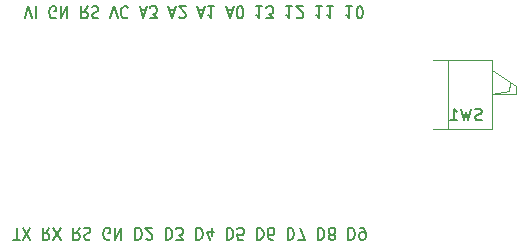
<source format=gbo>
G04 #@! TF.GenerationSoftware,KiCad,Pcbnew,(5.1.2)-1*
G04 #@! TF.CreationDate,2019-08-30T21:10:08+09:00*
G04 #@! TF.ProjectId,wii_controller,7769695f-636f-46e7-9472-6f6c6c65722e,rev?*
G04 #@! TF.SameCoordinates,PXdf378e0PY8bfaf60*
G04 #@! TF.FileFunction,Legend,Bot*
G04 #@! TF.FilePolarity,Positive*
%FSLAX46Y46*%
G04 Gerber Fmt 4.6, Leading zero omitted, Abs format (unit mm)*
G04 Created by KiCad (PCBNEW (5.1.2)-1) date 2019-08-30 21:10:08*
%MOMM*%
%LPD*%
G04 APERTURE LIST*
%ADD10C,0.150000*%
%ADD11C,0.120000*%
G04 APERTURE END LIST*
D10*
X2386904Y8702381D02*
X2703571Y9702381D01*
X3020238Y8702381D01*
X3336904Y9702381D02*
X3336904Y8702381D01*
X5010714Y8750000D02*
X4920238Y8702381D01*
X4784523Y8702381D01*
X4648809Y8750000D01*
X4558333Y8845239D01*
X4513095Y8940477D01*
X4467857Y9130953D01*
X4467857Y9273810D01*
X4513095Y9464286D01*
X4558333Y9559524D01*
X4648809Y9654762D01*
X4784523Y9702381D01*
X4875000Y9702381D01*
X5010714Y9654762D01*
X5055952Y9607143D01*
X5055952Y9273810D01*
X4875000Y9273810D01*
X5463095Y9702381D02*
X5463095Y8702381D01*
X6005952Y9702381D01*
X6005952Y8702381D01*
X7725000Y9702381D02*
X7408333Y9226191D01*
X7182142Y9702381D02*
X7182142Y8702381D01*
X7544047Y8702381D01*
X7634523Y8750000D01*
X7679761Y8797620D01*
X7725000Y8892858D01*
X7725000Y9035715D01*
X7679761Y9130953D01*
X7634523Y9178572D01*
X7544047Y9226191D01*
X7182142Y9226191D01*
X8086904Y9654762D02*
X8222619Y9702381D01*
X8448809Y9702381D01*
X8539285Y9654762D01*
X8584523Y9607143D01*
X8629761Y9511905D01*
X8629761Y9416667D01*
X8584523Y9321429D01*
X8539285Y9273810D01*
X8448809Y9226191D01*
X8267857Y9178572D01*
X8177380Y9130953D01*
X8132142Y9083334D01*
X8086904Y8988096D01*
X8086904Y8892858D01*
X8132142Y8797620D01*
X8177380Y8750000D01*
X8267857Y8702381D01*
X8494047Y8702381D01*
X8629761Y8750000D01*
X9625000Y8702381D02*
X9941666Y9702381D01*
X10258333Y8702381D01*
X11117857Y9607143D02*
X11072619Y9654762D01*
X10936904Y9702381D01*
X10846428Y9702381D01*
X10710714Y9654762D01*
X10620238Y9559524D01*
X10575000Y9464286D01*
X10529761Y9273810D01*
X10529761Y9130953D01*
X10575000Y8940477D01*
X10620238Y8845239D01*
X10710714Y8750000D01*
X10846428Y8702381D01*
X10936904Y8702381D01*
X11072619Y8750000D01*
X11117857Y8797620D01*
X12203571Y9416667D02*
X12655952Y9416667D01*
X12113095Y9702381D02*
X12429761Y8702381D01*
X12746428Y9702381D01*
X12972619Y8702381D02*
X13560714Y8702381D01*
X13244047Y9083334D01*
X13379761Y9083334D01*
X13470238Y9130953D01*
X13515476Y9178572D01*
X13560714Y9273810D01*
X13560714Y9511905D01*
X13515476Y9607143D01*
X13470238Y9654762D01*
X13379761Y9702381D01*
X13108333Y9702381D01*
X13017857Y9654762D01*
X12972619Y9607143D01*
X14646428Y9416667D02*
X15098809Y9416667D01*
X14555952Y9702381D02*
X14872619Y8702381D01*
X15189285Y9702381D01*
X15460714Y8797620D02*
X15505952Y8750000D01*
X15596428Y8702381D01*
X15822619Y8702381D01*
X15913095Y8750000D01*
X15958333Y8797620D01*
X16003571Y8892858D01*
X16003571Y8988096D01*
X15958333Y9130953D01*
X15415476Y9702381D01*
X16003571Y9702381D01*
X17089285Y9416667D02*
X17541666Y9416667D01*
X16998809Y9702381D02*
X17315476Y8702381D01*
X17632142Y9702381D01*
X18446428Y9702381D02*
X17903571Y9702381D01*
X18174999Y9702381D02*
X18174999Y8702381D01*
X18084523Y8845239D01*
X17994047Y8940477D01*
X17903571Y8988096D01*
X19532142Y9416667D02*
X19984523Y9416667D01*
X19441666Y9702381D02*
X19758333Y8702381D01*
X20074999Y9702381D01*
X20572619Y8702381D02*
X20663095Y8702381D01*
X20753571Y8750000D01*
X20798809Y8797620D01*
X20844047Y8892858D01*
X20889285Y9083334D01*
X20889285Y9321429D01*
X20844047Y9511905D01*
X20798809Y9607143D01*
X20753571Y9654762D01*
X20663095Y9702381D01*
X20572619Y9702381D01*
X20482142Y9654762D01*
X20436904Y9607143D01*
X20391666Y9511905D01*
X20346428Y9321429D01*
X20346428Y9083334D01*
X20391666Y8892858D01*
X20436904Y8797620D01*
X20482142Y8750000D01*
X20572619Y8702381D01*
X22517857Y9702381D02*
X21974999Y9702381D01*
X22246428Y9702381D02*
X22246428Y8702381D01*
X22155952Y8845239D01*
X22065476Y8940477D01*
X21974999Y8988096D01*
X22834523Y8702381D02*
X23422619Y8702381D01*
X23105952Y9083334D01*
X23241666Y9083334D01*
X23332142Y9130953D01*
X23377380Y9178572D01*
X23422619Y9273810D01*
X23422619Y9511905D01*
X23377380Y9607143D01*
X23332142Y9654762D01*
X23241666Y9702381D01*
X22970238Y9702381D01*
X22879761Y9654762D01*
X22834523Y9607143D01*
X25051190Y9702381D02*
X24508333Y9702381D01*
X24779761Y9702381D02*
X24779761Y8702381D01*
X24689285Y8845239D01*
X24598809Y8940477D01*
X24508333Y8988096D01*
X25413095Y8797620D02*
X25458333Y8750000D01*
X25548809Y8702381D01*
X25774999Y8702381D01*
X25865476Y8750000D01*
X25910714Y8797620D01*
X25955952Y8892858D01*
X25955952Y8988096D01*
X25910714Y9130953D01*
X25367857Y9702381D01*
X25955952Y9702381D01*
X27584523Y9702381D02*
X27041666Y9702381D01*
X27313095Y9702381D02*
X27313095Y8702381D01*
X27222619Y8845239D01*
X27132142Y8940477D01*
X27041666Y8988096D01*
X28489285Y9702381D02*
X27946428Y9702381D01*
X28217857Y9702381D02*
X28217857Y8702381D01*
X28127380Y8845239D01*
X28036904Y8940477D01*
X27946428Y8988096D01*
X30117857Y9702381D02*
X29574999Y9702381D01*
X29846428Y9702381D02*
X29846428Y8702381D01*
X29755952Y8845239D01*
X29665476Y8940477D01*
X29574999Y8988096D01*
X30705952Y8702381D02*
X30796428Y8702381D01*
X30886904Y8750000D01*
X30932142Y8797620D01*
X30977380Y8892858D01*
X31022619Y9083334D01*
X31022619Y9321429D01*
X30977380Y9511905D01*
X30932142Y9607143D01*
X30886904Y9654762D01*
X30796428Y9702381D01*
X30705952Y9702381D01*
X30615476Y9654762D01*
X30570238Y9607143D01*
X30524999Y9511905D01*
X30479761Y9321429D01*
X30479761Y9083334D01*
X30524999Y8892858D01*
X30570238Y8797620D01*
X30615476Y8750000D01*
X30705952Y8702381D01*
X1436904Y-10047619D02*
X1979761Y-10047619D01*
X1708333Y-9047619D02*
X1708333Y-10047619D01*
X2205952Y-10047619D02*
X2839285Y-9047619D01*
X2839285Y-10047619D02*
X2205952Y-9047619D01*
X4467857Y-9047619D02*
X4151190Y-9523809D01*
X3925000Y-9047619D02*
X3925000Y-10047619D01*
X4286904Y-10047619D01*
X4377380Y-10000000D01*
X4422619Y-9952380D01*
X4467857Y-9857142D01*
X4467857Y-9714285D01*
X4422619Y-9619047D01*
X4377380Y-9571428D01*
X4286904Y-9523809D01*
X3925000Y-9523809D01*
X4784523Y-10047619D02*
X5417857Y-9047619D01*
X5417857Y-10047619D02*
X4784523Y-9047619D01*
X7046428Y-9047619D02*
X6729761Y-9523809D01*
X6503571Y-9047619D02*
X6503571Y-10047619D01*
X6865476Y-10047619D01*
X6955952Y-10000000D01*
X7001190Y-9952380D01*
X7046428Y-9857142D01*
X7046428Y-9714285D01*
X7001190Y-9619047D01*
X6955952Y-9571428D01*
X6865476Y-9523809D01*
X6503571Y-9523809D01*
X7408333Y-9095238D02*
X7544047Y-9047619D01*
X7770238Y-9047619D01*
X7860714Y-9095238D01*
X7905952Y-9142857D01*
X7951190Y-9238095D01*
X7951190Y-9333333D01*
X7905952Y-9428571D01*
X7860714Y-9476190D01*
X7770238Y-9523809D01*
X7589285Y-9571428D01*
X7498809Y-9619047D01*
X7453571Y-9666666D01*
X7408333Y-9761904D01*
X7408333Y-9857142D01*
X7453571Y-9952380D01*
X7498809Y-10000000D01*
X7589285Y-10047619D01*
X7815476Y-10047619D01*
X7951190Y-10000000D01*
X9579761Y-10000000D02*
X9489285Y-10047619D01*
X9353571Y-10047619D01*
X9217857Y-10000000D01*
X9127380Y-9904761D01*
X9082142Y-9809523D01*
X9036904Y-9619047D01*
X9036904Y-9476190D01*
X9082142Y-9285714D01*
X9127380Y-9190476D01*
X9217857Y-9095238D01*
X9353571Y-9047619D01*
X9444047Y-9047619D01*
X9579761Y-9095238D01*
X9625000Y-9142857D01*
X9625000Y-9476190D01*
X9444047Y-9476190D01*
X10032142Y-9047619D02*
X10032142Y-10047619D01*
X10575000Y-9047619D01*
X10575000Y-10047619D01*
X11751190Y-9047619D02*
X11751190Y-10047619D01*
X11977380Y-10047619D01*
X12113095Y-10000000D01*
X12203571Y-9904761D01*
X12248809Y-9809523D01*
X12294047Y-9619047D01*
X12294047Y-9476190D01*
X12248809Y-9285714D01*
X12203571Y-9190476D01*
X12113095Y-9095238D01*
X11977380Y-9047619D01*
X11751190Y-9047619D01*
X12655952Y-9952380D02*
X12701190Y-10000000D01*
X12791666Y-10047619D01*
X13017857Y-10047619D01*
X13108333Y-10000000D01*
X13153571Y-9952380D01*
X13198809Y-9857142D01*
X13198809Y-9761904D01*
X13153571Y-9619047D01*
X12610714Y-9047619D01*
X13198809Y-9047619D01*
X14329761Y-9047619D02*
X14329761Y-10047619D01*
X14555952Y-10047619D01*
X14691666Y-10000000D01*
X14782142Y-9904761D01*
X14827380Y-9809523D01*
X14872619Y-9619047D01*
X14872619Y-9476190D01*
X14827380Y-9285714D01*
X14782142Y-9190476D01*
X14691666Y-9095238D01*
X14555952Y-9047619D01*
X14329761Y-9047619D01*
X15189285Y-10047619D02*
X15777380Y-10047619D01*
X15460714Y-9666666D01*
X15596428Y-9666666D01*
X15686904Y-9619047D01*
X15732142Y-9571428D01*
X15777380Y-9476190D01*
X15777380Y-9238095D01*
X15732142Y-9142857D01*
X15686904Y-9095238D01*
X15596428Y-9047619D01*
X15324999Y-9047619D01*
X15234523Y-9095238D01*
X15189285Y-9142857D01*
X16908333Y-9047619D02*
X16908333Y-10047619D01*
X17134523Y-10047619D01*
X17270238Y-10000000D01*
X17360714Y-9904761D01*
X17405952Y-9809523D01*
X17451190Y-9619047D01*
X17451190Y-9476190D01*
X17405952Y-9285714D01*
X17360714Y-9190476D01*
X17270238Y-9095238D01*
X17134523Y-9047619D01*
X16908333Y-9047619D01*
X18265476Y-9714285D02*
X18265476Y-9047619D01*
X18039285Y-10095238D02*
X17813095Y-9380952D01*
X18401190Y-9380952D01*
X19486904Y-9047619D02*
X19486904Y-10047619D01*
X19713095Y-10047619D01*
X19848809Y-10000000D01*
X19939285Y-9904761D01*
X19984523Y-9809523D01*
X20029761Y-9619047D01*
X20029761Y-9476190D01*
X19984523Y-9285714D01*
X19939285Y-9190476D01*
X19848809Y-9095238D01*
X19713095Y-9047619D01*
X19486904Y-9047619D01*
X20889285Y-10047619D02*
X20436904Y-10047619D01*
X20391666Y-9571428D01*
X20436904Y-9619047D01*
X20527380Y-9666666D01*
X20753571Y-9666666D01*
X20844047Y-9619047D01*
X20889285Y-9571428D01*
X20934523Y-9476190D01*
X20934523Y-9238095D01*
X20889285Y-9142857D01*
X20844047Y-9095238D01*
X20753571Y-9047619D01*
X20527380Y-9047619D01*
X20436904Y-9095238D01*
X20391666Y-9142857D01*
X22065476Y-9047619D02*
X22065476Y-10047619D01*
X22291666Y-10047619D01*
X22427380Y-10000000D01*
X22517857Y-9904761D01*
X22563095Y-9809523D01*
X22608333Y-9619047D01*
X22608333Y-9476190D01*
X22563095Y-9285714D01*
X22517857Y-9190476D01*
X22427380Y-9095238D01*
X22291666Y-9047619D01*
X22065476Y-9047619D01*
X23422619Y-10047619D02*
X23241666Y-10047619D01*
X23151190Y-10000000D01*
X23105952Y-9952380D01*
X23015476Y-9809523D01*
X22970238Y-9619047D01*
X22970238Y-9238095D01*
X23015476Y-9142857D01*
X23060714Y-9095238D01*
X23151190Y-9047619D01*
X23332142Y-9047619D01*
X23422619Y-9095238D01*
X23467857Y-9142857D01*
X23513095Y-9238095D01*
X23513095Y-9476190D01*
X23467857Y-9571428D01*
X23422619Y-9619047D01*
X23332142Y-9666666D01*
X23151190Y-9666666D01*
X23060714Y-9619047D01*
X23015476Y-9571428D01*
X22970238Y-9476190D01*
X24644047Y-9047619D02*
X24644047Y-10047619D01*
X24870238Y-10047619D01*
X25005952Y-10000000D01*
X25096428Y-9904761D01*
X25141666Y-9809523D01*
X25186904Y-9619047D01*
X25186904Y-9476190D01*
X25141666Y-9285714D01*
X25096428Y-9190476D01*
X25005952Y-9095238D01*
X24870238Y-9047619D01*
X24644047Y-9047619D01*
X25503571Y-10047619D02*
X26136904Y-10047619D01*
X25729761Y-9047619D01*
X27222619Y-9047619D02*
X27222619Y-10047619D01*
X27448809Y-10047619D01*
X27584523Y-10000000D01*
X27674999Y-9904761D01*
X27720238Y-9809523D01*
X27765476Y-9619047D01*
X27765476Y-9476190D01*
X27720238Y-9285714D01*
X27674999Y-9190476D01*
X27584523Y-9095238D01*
X27448809Y-9047619D01*
X27222619Y-9047619D01*
X28308333Y-9619047D02*
X28217857Y-9666666D01*
X28172619Y-9714285D01*
X28127380Y-9809523D01*
X28127380Y-9857142D01*
X28172619Y-9952380D01*
X28217857Y-10000000D01*
X28308333Y-10047619D01*
X28489285Y-10047619D01*
X28579761Y-10000000D01*
X28624999Y-9952380D01*
X28670238Y-9857142D01*
X28670238Y-9809523D01*
X28624999Y-9714285D01*
X28579761Y-9666666D01*
X28489285Y-9619047D01*
X28308333Y-9619047D01*
X28217857Y-9571428D01*
X28172619Y-9523809D01*
X28127380Y-9428571D01*
X28127380Y-9238095D01*
X28172619Y-9142857D01*
X28217857Y-9095238D01*
X28308333Y-9047619D01*
X28489285Y-9047619D01*
X28579761Y-9095238D01*
X28624999Y-9142857D01*
X28670238Y-9238095D01*
X28670238Y-9428571D01*
X28624999Y-9523809D01*
X28579761Y-9571428D01*
X28489285Y-9619047D01*
X29801190Y-9047619D02*
X29801190Y-10047619D01*
X30027380Y-10047619D01*
X30163095Y-10000000D01*
X30253571Y-9904761D01*
X30298809Y-9809523D01*
X30344047Y-9619047D01*
X30344047Y-9476190D01*
X30298809Y-9285714D01*
X30253571Y-9190476D01*
X30163095Y-9095238D01*
X30027380Y-9047619D01*
X29801190Y-9047619D01*
X30796428Y-9047619D02*
X30977380Y-9047619D01*
X31067857Y-9095238D01*
X31113095Y-9142857D01*
X31203571Y-9285714D01*
X31248809Y-9476190D01*
X31248809Y-9857142D01*
X31203571Y-9952380D01*
X31158333Y-10000000D01*
X31067857Y-10047619D01*
X30886904Y-10047619D01*
X30796428Y-10000000D01*
X30751190Y-9952380D01*
X30705952Y-9857142D01*
X30705952Y-9619047D01*
X30751190Y-9523809D01*
X30796428Y-9476190D01*
X30886904Y-9428571D01*
X31067857Y-9428571D01*
X31158333Y-9476190D01*
X31203571Y-9523809D01*
X31248809Y-9619047D01*
D11*
X43350000Y2550000D02*
X41950000Y2250000D01*
X43450000Y3250000D02*
X43350000Y2550000D01*
X43950000Y2950000D02*
X41950000Y4350000D01*
X43950000Y2250000D02*
X43950000Y2950000D01*
X41950000Y2250000D02*
X43950000Y2250000D01*
X41950000Y-650000D02*
X36950000Y-650000D01*
X41950000Y5150000D02*
X36950000Y5150000D01*
X38250000Y5150000D02*
X38250000Y-650000D01*
X41950000Y5150000D02*
X38250000Y5150000D01*
X41950000Y-650000D02*
X41950000Y5150000D01*
X40750000Y-650000D02*
X41950000Y-650000D01*
X38250000Y-650000D02*
X40750000Y-650000D01*
D10*
X41083333Y95239D02*
X40940476Y47620D01*
X40702380Y47620D01*
X40607142Y95239D01*
X40559523Y142858D01*
X40511904Y238096D01*
X40511904Y333334D01*
X40559523Y428572D01*
X40607142Y476191D01*
X40702380Y523810D01*
X40892857Y571429D01*
X40988095Y619048D01*
X41035714Y666667D01*
X41083333Y761905D01*
X41083333Y857143D01*
X41035714Y952381D01*
X40988095Y1000000D01*
X40892857Y1047620D01*
X40654761Y1047620D01*
X40511904Y1000000D01*
X40178571Y1047620D02*
X39940476Y47620D01*
X39750000Y761905D01*
X39559523Y47620D01*
X39321428Y1047620D01*
X38416666Y47620D02*
X38988095Y47620D01*
X38702380Y47620D02*
X38702380Y1047620D01*
X38797619Y904762D01*
X38892857Y809524D01*
X38988095Y761905D01*
M02*

</source>
